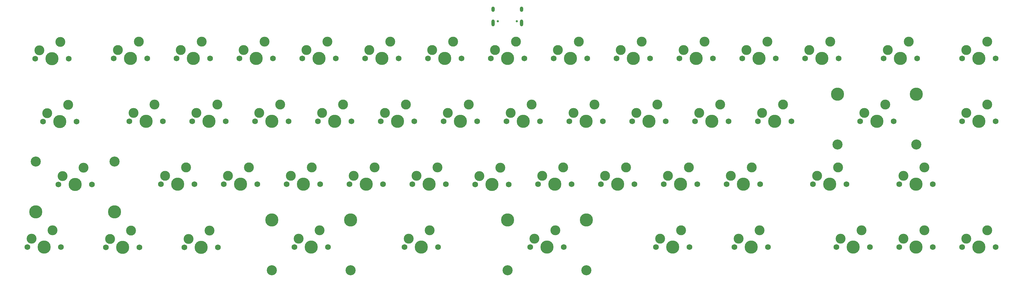
<source format=gbr>
%TF.GenerationSoftware,KiCad,Pcbnew,(6.0.9)*%
%TF.CreationDate,2022-12-31T14:12:08+09:00*%
%TF.ProjectId,chasma,63686173-6d61-42e6-9b69-6361645f7063,rev?*%
%TF.SameCoordinates,Original*%
%TF.FileFunction,Soldermask,Top*%
%TF.FilePolarity,Negative*%
%FSLAX46Y46*%
G04 Gerber Fmt 4.6, Leading zero omitted, Abs format (unit mm)*
G04 Created by KiCad (PCBNEW (6.0.9)) date 2022-12-31 14:12:08*
%MOMM*%
%LPD*%
G01*
G04 APERTURE LIST*
%ADD10C,1.750000*%
%ADD11C,3.987800*%
%ADD12C,3.000000*%
%ADD13C,3.048000*%
%ADD14C,0.650000*%
%ADD15O,1.000000X2.100000*%
%ADD16O,1.000000X1.600000*%
G04 APERTURE END LIST*
D10*
%TO.C,SW09_00*%
X238995000Y-123375000D03*
X249155000Y-123375000D03*
D11*
X244075000Y-123375000D03*
D12*
X240265000Y-120835000D03*
X246615000Y-118295000D03*
%TD*%
D11*
%TO.C,SW01_01*%
X96425000Y-142425000D03*
D10*
X101505000Y-142425000D03*
X91345000Y-142425000D03*
D12*
X98965000Y-137345000D03*
X92615000Y-139885000D03*
%TD*%
%TO.C,SW05_02*%
X184690000Y-156395000D03*
D11*
X182150000Y-161475000D03*
D12*
X178340000Y-158935000D03*
D10*
X177070000Y-161475000D03*
X187230000Y-161475000D03*
%TD*%
D12*
%TO.C,SW01_02*%
X108490000Y-156395000D03*
D10*
X100870000Y-161475000D03*
D11*
X105950000Y-161475000D03*
D10*
X111030000Y-161475000D03*
D12*
X102140000Y-158935000D03*
%TD*%
%TO.C,SW10_02*%
X279940000Y-156395000D03*
X273590000Y-158935000D03*
D10*
X282480000Y-161475000D03*
X272320000Y-161475000D03*
D11*
X277400000Y-161475000D03*
%TD*%
%TO.C,SW07_03*%
X205937000Y-172245000D03*
D10*
X222955000Y-180500000D03*
D12*
X220415000Y-175420000D03*
X214065000Y-177960000D03*
D11*
X229813000Y-172245000D03*
X217875000Y-180500000D03*
D10*
X212795000Y-180500000D03*
D13*
X205937000Y-187485000D03*
X229813000Y-187485000D03*
%TD*%
D11*
%TO.C,SW00_02*%
X63012000Y-169780550D03*
X74950000Y-161525550D03*
D13*
X86888000Y-154540550D03*
D11*
X86888000Y-169780550D03*
D10*
X80030000Y-161525550D03*
X69870000Y-161525550D03*
D12*
X77490000Y-156445550D03*
X71140000Y-158985550D03*
D13*
X63012000Y-154540550D03*
%TD*%
D10*
%TO.C,SW13_00*%
X319970000Y-123375000D03*
D11*
X325050000Y-123375000D03*
D12*
X327590000Y-118295000D03*
X321240000Y-120835000D03*
D10*
X330130000Y-123375000D03*
%TD*%
D12*
%TO.C,SW12_03*%
X313290000Y-175445000D03*
X306940000Y-177985000D03*
D11*
X310750000Y-180525000D03*
D10*
X305670000Y-180525000D03*
X315830000Y-180525000D03*
%TD*%
D12*
%TO.C,SW07_02*%
X216440000Y-158935000D03*
D10*
X225330000Y-161475000D03*
X215170000Y-161475000D03*
D11*
X220250000Y-161475000D03*
D12*
X222790000Y-156395000D03*
%TD*%
%TO.C,SW13_02*%
X325990000Y-158935000D03*
D10*
X334880000Y-161475000D03*
D11*
X329800000Y-161475000D03*
D12*
X332340000Y-156395000D03*
D10*
X324720000Y-161475000D03*
%TD*%
D11*
%TO.C,SW10_01*%
X267875000Y-142425000D03*
D12*
X270415000Y-137345000D03*
D10*
X262795000Y-142425000D03*
D12*
X264065000Y-139885000D03*
D10*
X272955000Y-142425000D03*
%TD*%
D12*
%TO.C,SW04_02*%
X159290000Y-158935000D03*
D11*
X163100000Y-161475000D03*
D10*
X168180000Y-161475000D03*
D12*
X165640000Y-156395000D03*
D10*
X158020000Y-161475000D03*
%TD*%
D11*
%TO.C,SW04_01*%
X153600000Y-142425000D03*
D10*
X158680000Y-142425000D03*
D12*
X156140000Y-137345000D03*
D10*
X148520000Y-142425000D03*
D12*
X149790000Y-139885000D03*
%TD*%
%TO.C,SW11_02*%
X306165000Y-156370000D03*
D11*
X303625000Y-161450000D03*
D10*
X308705000Y-161450000D03*
D12*
X299815000Y-158910000D03*
D10*
X298545000Y-161450000D03*
%TD*%
D12*
%TO.C,SW03_01*%
X137065000Y-137320000D03*
D10*
X129445000Y-142400000D03*
D12*
X130715000Y-139860000D03*
D11*
X134525000Y-142400000D03*
D10*
X139605000Y-142400000D03*
%TD*%
D12*
%TO.C,SW07_00*%
X208515000Y-118295000D03*
X202165000Y-120835000D03*
D11*
X205975000Y-123375000D03*
D10*
X211055000Y-123375000D03*
X200895000Y-123375000D03*
%TD*%
D12*
%TO.C,SW03_02*%
X140240000Y-158935000D03*
D11*
X144050000Y-161475000D03*
D10*
X149130000Y-161475000D03*
X138970000Y-161475000D03*
D12*
X146590000Y-156395000D03*
%TD*%
%TO.C,SW06_01*%
X187865000Y-139885000D03*
D11*
X191675000Y-142425000D03*
D10*
X196755000Y-142425000D03*
D12*
X194215000Y-137345000D03*
D10*
X186595000Y-142425000D03*
%TD*%
%TO.C,SW03_00*%
X134855000Y-123375000D03*
D11*
X129775000Y-123375000D03*
D12*
X125965000Y-120835000D03*
D10*
X124695000Y-123375000D03*
D12*
X132315000Y-118295000D03*
%TD*%
D11*
%TO.C,SW12_01*%
X329813000Y-134144450D03*
D12*
X314065000Y-139859450D03*
D10*
X322955000Y-142399450D03*
D13*
X329813000Y-149384450D03*
D12*
X320415000Y-137319450D03*
D11*
X305937000Y-134144450D03*
D13*
X305937000Y-149384450D03*
D10*
X312795000Y-142399450D03*
D11*
X317875000Y-142399450D03*
%TD*%
D10*
%TO.C,SW13_03*%
X334880000Y-180525000D03*
X324720000Y-180525000D03*
D12*
X325990000Y-177985000D03*
X332340000Y-175445000D03*
D11*
X329800000Y-180525000D03*
%TD*%
D12*
%TO.C,SW07_01*%
X206940000Y-139885000D03*
X213290000Y-137345000D03*
D11*
X210750000Y-142425000D03*
D10*
X205670000Y-142425000D03*
X215830000Y-142425000D03*
%TD*%
%TO.C,SW09_02*%
X263430000Y-161475000D03*
D11*
X258350000Y-161475000D03*
D12*
X254540000Y-158935000D03*
X260890000Y-156395000D03*
D10*
X253270000Y-161475000D03*
%TD*%
D11*
%TO.C,SW01_00*%
X91675000Y-123375000D03*
D12*
X87865000Y-120835000D03*
D10*
X86595000Y-123375000D03*
D12*
X94215000Y-118295000D03*
D10*
X96755000Y-123375000D03*
%TD*%
D11*
%TO.C,SW02_03*%
X113100000Y-180550000D03*
D12*
X109290000Y-178010000D03*
D10*
X118180000Y-180550000D03*
D12*
X115640000Y-175470000D03*
D10*
X108020000Y-180550000D03*
%TD*%
%TO.C,SW05_01*%
X167545000Y-142425000D03*
X177705000Y-142425000D03*
D12*
X175165000Y-137345000D03*
X168815000Y-139885000D03*
D11*
X172625000Y-142425000D03*
%TD*%
D12*
%TO.C,SW02_00*%
X106915000Y-120835000D03*
D10*
X105645000Y-123375000D03*
D12*
X113265000Y-118295000D03*
D11*
X110725000Y-123375000D03*
D10*
X115805000Y-123375000D03*
%TD*%
D11*
%TO.C,SW12_00*%
X301225000Y-123325000D03*
D12*
X303765000Y-118245000D03*
D10*
X306305000Y-123325000D03*
X296145000Y-123325000D03*
D12*
X297415000Y-120785000D03*
%TD*%
%TO.C,SW10_03*%
X282340000Y-175445000D03*
D10*
X274720000Y-180525000D03*
D12*
X275990000Y-177985000D03*
D11*
X279800000Y-180525000D03*
D10*
X284880000Y-180525000D03*
%TD*%
%TO.C,SW02_01*%
X110395000Y-142400000D03*
X120555000Y-142400000D03*
D12*
X118015000Y-137320000D03*
D11*
X115475000Y-142400000D03*
D12*
X111665000Y-139860000D03*
%TD*%
D10*
%TO.C,SW04_00*%
X153905000Y-123375000D03*
D12*
X151365000Y-118295000D03*
D10*
X143745000Y-123375000D03*
D11*
X148825000Y-123375000D03*
D12*
X145015000Y-120835000D03*
%TD*%
D11*
%TO.C,SW02_02*%
X125000000Y-161425000D03*
D12*
X121190000Y-158885000D03*
D10*
X119920000Y-161425000D03*
X130080000Y-161425000D03*
D12*
X127540000Y-156345000D03*
%TD*%
D11*
%TO.C,SW08_02*%
X239300000Y-161475000D03*
D12*
X235490000Y-158935000D03*
D10*
X234220000Y-161475000D03*
D12*
X241840000Y-156395000D03*
D10*
X244380000Y-161475000D03*
%TD*%
D12*
%TO.C,SW11_00*%
X278365000Y-120835000D03*
D11*
X282175000Y-123375000D03*
D12*
X284715000Y-118295000D03*
D10*
X277095000Y-123375000D03*
X287255000Y-123375000D03*
%TD*%
%TO.C,SW09_01*%
X243745000Y-142425000D03*
D12*
X251365000Y-137345000D03*
X245015000Y-139885000D03*
D11*
X248825000Y-142425000D03*
D10*
X253905000Y-142425000D03*
%TD*%
D12*
%TO.C,SW05_03*%
X176015000Y-177960000D03*
X182365000Y-175420000D03*
D10*
X184905000Y-180500000D03*
D11*
X179825000Y-180500000D03*
D10*
X174745000Y-180500000D03*
%TD*%
%TO.C,SW10_00*%
X258020000Y-123375000D03*
D12*
X265640000Y-118295000D03*
X259290000Y-120835000D03*
D11*
X263100000Y-123375000D03*
D10*
X268180000Y-123375000D03*
%TD*%
D12*
%TO.C,SW01_03*%
X85475000Y-178000000D03*
D10*
X94365000Y-180540000D03*
X84205000Y-180540000D03*
D11*
X89285000Y-180540000D03*
D12*
X91825000Y-175460000D03*
%TD*%
D11*
%TO.C,SW14_03*%
X348825000Y-180525000D03*
D10*
X343745000Y-180525000D03*
D12*
X345015000Y-177985000D03*
D10*
X353905000Y-180525000D03*
D12*
X351365000Y-175445000D03*
%TD*%
D11*
%TO.C,SW05_00*%
X167850000Y-123375000D03*
D12*
X170390000Y-118295000D03*
D10*
X172930000Y-123375000D03*
D12*
X164040000Y-120835000D03*
D10*
X162770000Y-123375000D03*
%TD*%
%TO.C,SW14_01*%
X353930000Y-142425000D03*
D11*
X348850000Y-142425000D03*
D10*
X343770000Y-142425000D03*
D12*
X345040000Y-139885000D03*
X351390000Y-137345000D03*
%TD*%
D10*
%TO.C,SW11_01*%
X281845000Y-142425000D03*
X292005000Y-142425000D03*
D12*
X289465000Y-137345000D03*
D11*
X286925000Y-142425000D03*
D12*
X283115000Y-139885000D03*
%TD*%
%TO.C,SW00_01*%
X66440000Y-139910000D03*
D10*
X75330000Y-142450000D03*
D11*
X70250000Y-142450000D03*
D10*
X65170000Y-142450000D03*
D12*
X72790000Y-137370000D03*
%TD*%
D10*
%TO.C,SW09_03*%
X250895000Y-180475000D03*
D11*
X255975000Y-180475000D03*
D12*
X252165000Y-177935000D03*
D10*
X261055000Y-180475000D03*
D12*
X258515000Y-175395000D03*
%TD*%
D10*
%TO.C,SW08_00*%
X219945000Y-123375000D03*
X230105000Y-123375000D03*
D12*
X227565000Y-118295000D03*
D11*
X225025000Y-123375000D03*
D12*
X221215000Y-120835000D03*
%TD*%
D11*
%TO.C,SW00_00*%
X67875000Y-123400000D03*
D10*
X72955000Y-123400000D03*
D12*
X70415000Y-118320000D03*
X64065000Y-120860000D03*
D10*
X62795000Y-123400000D03*
%TD*%
%TO.C,SW08_01*%
X224695000Y-142425000D03*
D12*
X232315000Y-137345000D03*
X225965000Y-139885000D03*
D10*
X234855000Y-142425000D03*
D11*
X229775000Y-142425000D03*
%TD*%
D12*
%TO.C,SW00_03*%
X61665000Y-177985000D03*
D11*
X65475000Y-180525000D03*
D10*
X60395000Y-180525000D03*
D12*
X68015000Y-175445000D03*
D10*
X70555000Y-180525000D03*
%TD*%
D11*
%TO.C,SW06_00*%
X186925000Y-123375000D03*
D10*
X192005000Y-123375000D03*
D12*
X189465000Y-118295000D03*
X183115000Y-120835000D03*
D10*
X181845000Y-123375000D03*
%TD*%
D11*
%TO.C,SW14_00*%
X348850000Y-123350000D03*
D12*
X345040000Y-120810000D03*
D10*
X343770000Y-123350000D03*
X353930000Y-123350000D03*
D12*
X351390000Y-118270000D03*
%TD*%
D10*
%TO.C,SW06_02*%
X196120000Y-161500000D03*
X206280000Y-161500000D03*
D12*
X197390000Y-158960000D03*
X203740000Y-156420000D03*
D11*
X201200000Y-161500000D03*
%TD*%
D10*
%TO.C,SW03_03*%
X141345000Y-180524450D03*
D13*
X134487000Y-187509450D03*
D11*
X158363000Y-172269450D03*
D10*
X151505000Y-180524450D03*
D12*
X148965000Y-175444450D03*
D11*
X146425000Y-180524450D03*
D12*
X142615000Y-177984450D03*
D13*
X158363000Y-187509450D03*
D11*
X134487000Y-172269450D03*
%TD*%
D14*
%TO.C,J0*%
X208790000Y-112075000D03*
X203010000Y-112075000D03*
D15*
X210220000Y-112605000D03*
D16*
X210220000Y-108425000D03*
X201580000Y-108425000D03*
D15*
X201580000Y-112605000D03*
%TD*%
M02*

</source>
